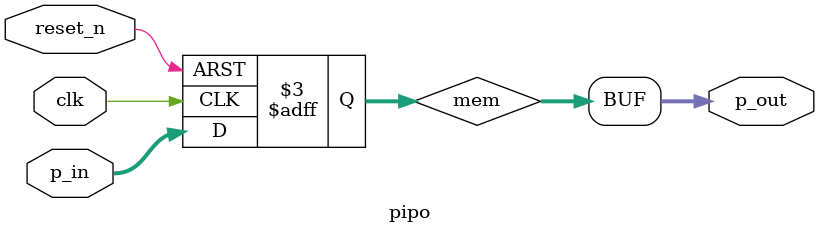
<source format=v>
`timescale 1ns / 1ps
module pipo(p_in, clk, reset_n, p_out);
    input [3:0] p_in;
    input clk, reset_n;
    output wire [3:0] p_out;
    
    reg [3:0] mem;
    always @(posedge clk, negedge reset_n)
    begin
        if(reset_n == 0)
            mem <= 0;
        else
            mem <= p_in;
    end
    
    assign p_out = mem;
endmodule

</source>
